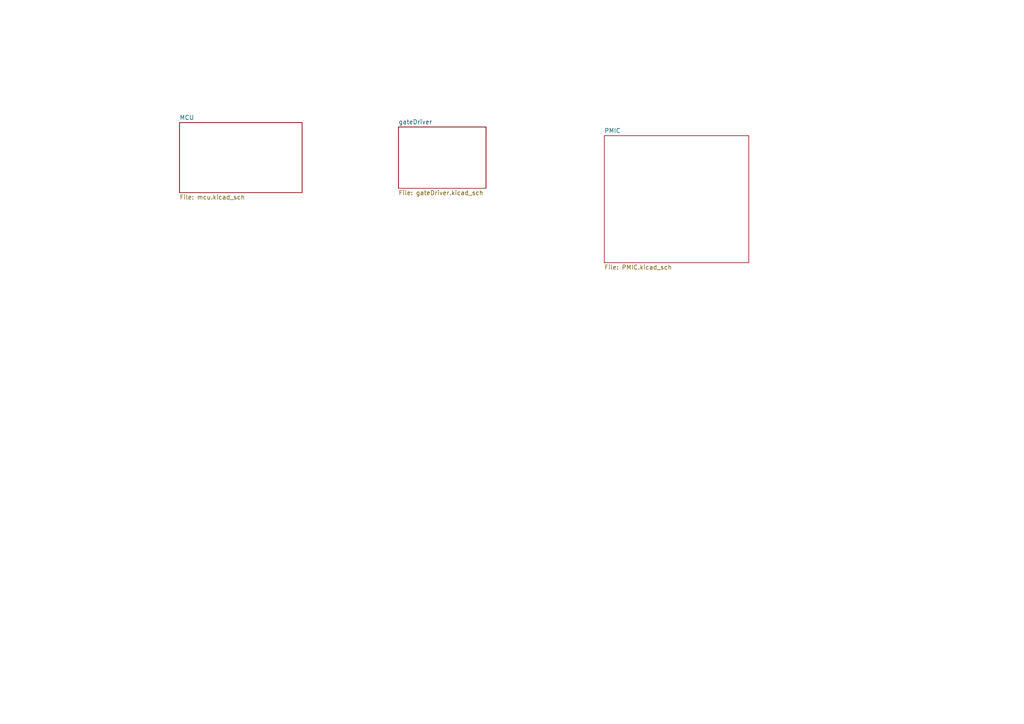
<source format=kicad_sch>
(kicad_sch
	(version 20250114)
	(generator "eeschema")
	(generator_version "9.0")
	(uuid "c067c62c-9404-4765-bd19-22c1fc773b99")
	(paper "A4")
	(lib_symbols)
	(sheet
		(at 52.07 35.56)
		(size 35.56 20.32)
		(exclude_from_sim no)
		(in_bom yes)
		(on_board yes)
		(dnp no)
		(fields_autoplaced yes)
		(stroke
			(width 0.1524)
			(type solid)
		)
		(fill
			(color 0 0 0 0.0000)
		)
		(uuid "4b4bcaa2-25e0-4eba-81ba-0770211e8f06")
		(property "Sheetname" "MCU"
			(at 52.07 34.8484 0)
			(effects
				(font
					(size 1.27 1.27)
				)
				(justify left bottom)
			)
		)
		(property "Sheetfile" "mcu.kicad_sch"
			(at 52.07 56.4646 0)
			(effects
				(font
					(size 1.27 1.27)
				)
				(justify left top)
			)
		)
		(instances
			(project "TampanMD"
				(path "/c067c62c-9404-4765-bd19-22c1fc773b99"
					(page "2")
				)
			)
		)
	)
	(sheet
		(at 115.57 36.83)
		(size 25.4 17.78)
		(exclude_from_sim no)
		(in_bom yes)
		(on_board yes)
		(dnp no)
		(fields_autoplaced yes)
		(stroke
			(width 0.1524)
			(type solid)
		)
		(fill
			(color 0 0 0 0.0000)
		)
		(uuid "5cacea44-698e-4d4c-b203-e6612eede9db")
		(property "Sheetname" "gateDriver"
			(at 115.57 36.1184 0)
			(effects
				(font
					(size 1.27 1.27)
				)
				(justify left bottom)
			)
		)
		(property "Sheetfile" "gateDriver.kicad_sch"
			(at 115.57 55.1946 0)
			(effects
				(font
					(size 1.27 1.27)
				)
				(justify left top)
			)
		)
		(instances
			(project "TampanMD"
				(path "/c067c62c-9404-4765-bd19-22c1fc773b99"
					(page "3")
				)
			)
		)
	)
	(sheet
		(at 175.26 39.37)
		(size 41.91 36.83)
		(exclude_from_sim no)
		(in_bom yes)
		(on_board yes)
		(dnp no)
		(fields_autoplaced yes)
		(stroke
			(width 0.1524)
			(type solid)
		)
		(fill
			(color 0 0 0 0.0000)
		)
		(uuid "a1000548-b09f-4c0f-867e-549e8721a101")
		(property "Sheetname" "PMIC"
			(at 175.26 38.6584 0)
			(effects
				(font
					(size 1.27 1.27)
				)
				(justify left bottom)
			)
		)
		(property "Sheetfile" "PMIC.kicad_sch"
			(at 175.26 76.7846 0)
			(effects
				(font
					(size 1.27 1.27)
				)
				(justify left top)
			)
		)
		(instances
			(project "TampanMD"
				(path "/c067c62c-9404-4765-bd19-22c1fc773b99"
					(page "4")
				)
			)
		)
	)
	(sheet_instances
		(path "/"
			(page "1")
		)
	)
	(embedded_fonts no)
)

</source>
